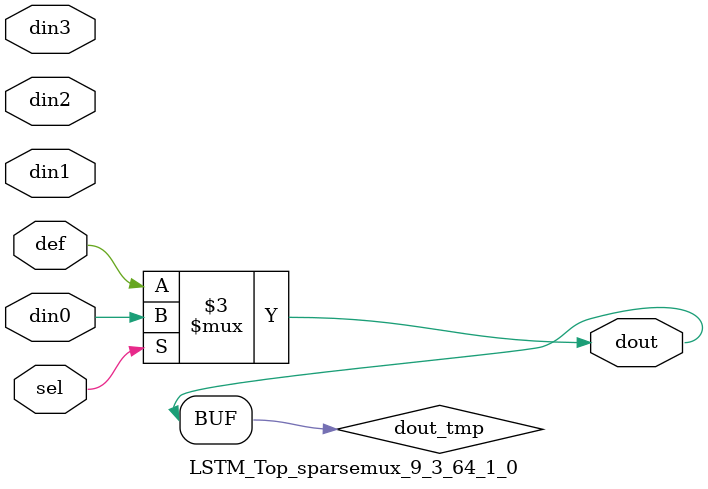
<source format=v>
`timescale 1ns / 1ps

module LSTM_Top_sparsemux_9_3_64_1_0 (din0,din1,din2,din3,def,sel,dout);

parameter din0_WIDTH = 1;

parameter din1_WIDTH = 1;

parameter din2_WIDTH = 1;

parameter din3_WIDTH = 1;

parameter def_WIDTH = 1;
parameter sel_WIDTH = 1;
parameter dout_WIDTH = 1;

parameter [sel_WIDTH-1:0] CASE0 = 1;

parameter [sel_WIDTH-1:0] CASE1 = 1;

parameter [sel_WIDTH-1:0] CASE2 = 1;

parameter [sel_WIDTH-1:0] CASE3 = 1;

parameter ID = 1;
parameter NUM_STAGE = 1;



input [din0_WIDTH-1:0] din0;

input [din1_WIDTH-1:0] din1;

input [din2_WIDTH-1:0] din2;

input [din3_WIDTH-1:0] din3;

input [def_WIDTH-1:0] def;
input [sel_WIDTH-1:0] sel;

output [dout_WIDTH-1:0] dout;



reg [dout_WIDTH-1:0] dout_tmp;


always @ (*) begin
(* parallel_case *) case (sel)
    
    CASE0 : dout_tmp = din0;
    
    CASE1 : dout_tmp = din1;
    
    CASE2 : dout_tmp = din2;
    
    CASE3 : dout_tmp = din3;
    
    default : dout_tmp = def;
endcase
end


assign dout = dout_tmp;



endmodule

</source>
